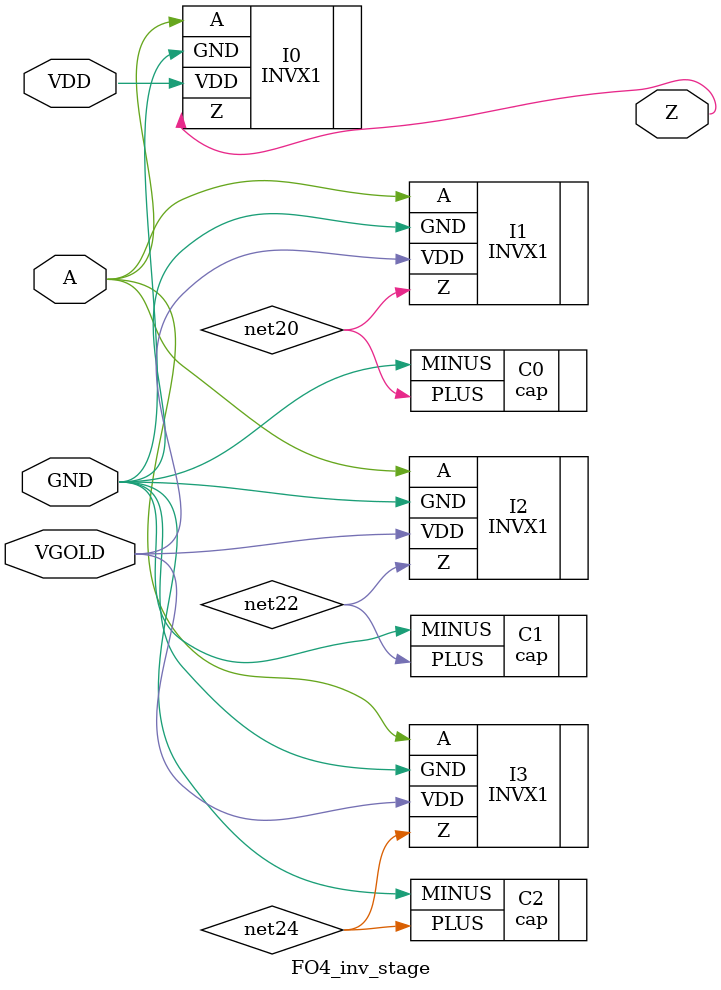
<source format=v>

module FO4_inv_stage (
VGOLD,VDD,A,GND,Z );
input  VGOLD;
input  VDD;
input  A;
input  GND;
output  Z;
wire VGOLD;
wire VDD;
wire Z;
wire net24;
wire A;
wire GND;
wire net20;
wire net22;

cap    
 C2  ( .PLUS( net24 ), .MINUS( GND ) );

cap    
 C1  ( .PLUS( net22 ), .MINUS( GND ) );

cap    
 C0  ( .PLUS( net20 ), .MINUS( GND ) );

INVX1    
 I0  ( .VDD( VDD ), .Z( Z ), .A( A ), .GND( GND ) );

INVX1    
 I1  ( .VDD( VGOLD ), .Z( net20 ), .A( A ), .GND( GND ) );

INVX1    
 I2  ( .VDD( VGOLD ), .Z( net22 ), .A( A ), .GND( GND ) );

INVX1    
 I3  ( .VDD( VGOLD ), .Z( net24 ), .A( A ), .GND( GND ) );

endmodule


</source>
